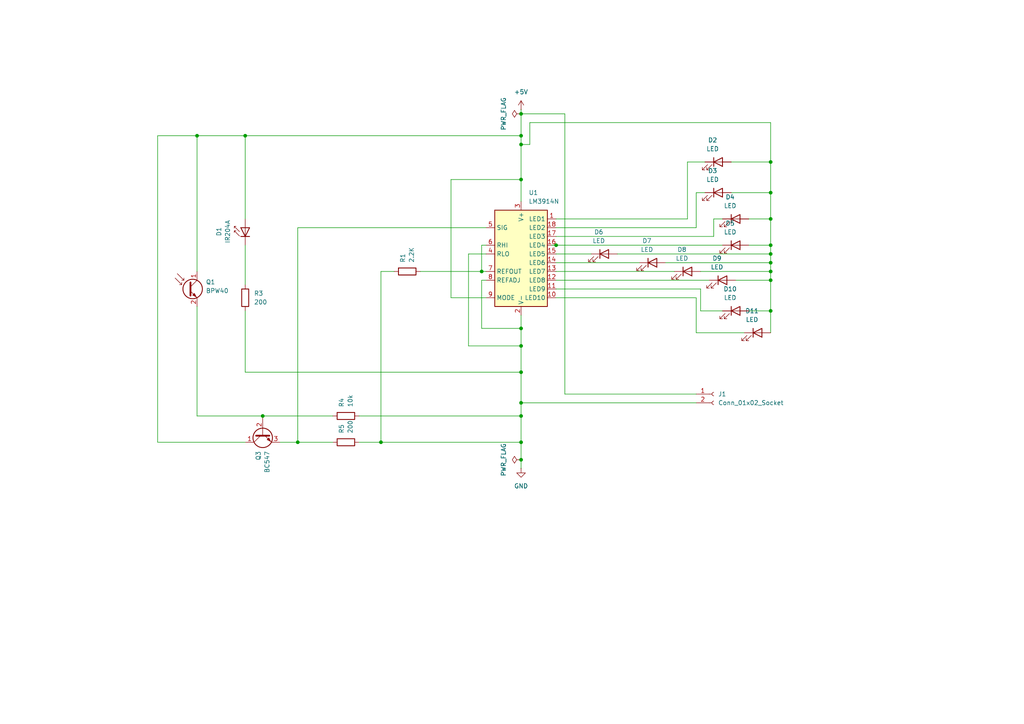
<source format=kicad_sch>
(kicad_sch (version 20231120) (generator "eeschema") (generator_version "8.0")
  (paper "A4")
  (lib_symbols
    (symbol "Connector:Conn_01x02_Socket" (pin_names (offset 1.016) hide)
      (property "Reference" "J" (at 0 2.54 0))
      (property "Value" "Conn_01x02_Socket" (at 0 -5.08 0))
      (symbol "Conn_01x02_Socket_1_1"
        (arc (start 0 -2.032) (mid -0.5058 -2.54) (end 0 -3.048) (stroke (width 0.1524)))
        (polyline (pts (xy -1.27 -2.54) (xy -0.508 -2.54)) (stroke (width 0.1524)))
        (polyline (pts (xy -1.27 0) (xy -0.508 0)) (stroke (width 0.1524)))
        (arc (start 0 0.508) (mid -0.5058 0) (end 0 -0.508) (stroke (width 0.1524)))
        (pin passive line (at -5.08 0 0) (length 3.81) (name "Pin_1") (number "1"))
        (pin passive line (at -5.08 -2.54 0) (length 3.81) (name "Pin_2") (number "2"))
      )
    )
    (symbol "Device:LED" (pin_numbers hide) (pin_names (offset 1.016) hide)
      (property "Reference" "D" (at 0 2.54 0))
      (property "Value" "LED" (at 0 -2.54 0))
      (symbol "LED_0_1"
        (polyline (pts (xy -1.27 -1.27) (xy -1.27 1.27)) (stroke (width 0.254)))
        (polyline (pts (xy -1.27 0) (xy 1.27 0)))
        (polyline (pts (xy 1.27 -1.27) (xy 1.27 1.27) (xy -1.27 0) (xy 1.27 -1.27)) (stroke (width 0.254)))
        (polyline (pts (xy -3.048 -0.762) (xy -4.572 -2.286) (xy -3.81 -2.286) (xy -4.572 -2.286) (xy -4.572 -1.524)))
        (polyline (pts (xy -1.778 -0.762) (xy -3.302 -2.286) (xy -2.54 -2.286) (xy -3.302 -2.286) (xy -3.302 -1.524)))
      )
      (symbol "LED_1_1"
        (pin passive line (at -3.81 0 0) (length 2.54) (name "K") (number "1"))
        (pin passive line (at 3.81 0 180) (length 2.54) (name "A") (number "2"))
      )
    )
    (symbol "Device:R" (pin_numbers hide) (pin_names (offset 0))
      (property "Reference" "R" (at 2.032 0 90))
      (property "Value" "R" (at 0 0 90))
      (symbol "R_0_1"
        (rectangle (start -1.016 -2.54) (end 1.016 2.54) (stroke (width 0.254)))
      )
      (symbol "R_1_1"
        (pin passive line (at 0 3.81 270) (length 1.27) (name "~") (number "1"))
        (pin passive line (at 0 -3.81 90) (length 1.27) (name "~") (number "2"))
      )
    )
    (symbol "Driver_LED:LM3914N"
      (property "Reference" "U" (at -6.35 14.224 0))
      (property "Value" "LM3914N" (at 5.588 14.224 0))
      (symbol "LM3914N_0_1"
        (rectangle (start -7.62 12.7) (end 7.62 -15.24) (stroke (width 0.254)) (fill (type background)))
      )
      (symbol "LM3914N_1_1"
        (pin open_collector line (at 10.16 10.16 180) (length 2.54) (name "LED1") (number "1"))
        (pin open_collector line (at 10.16 -12.7 180) (length 2.54) (name "LED10") (number "10"))
        (pin open_collector line (at 10.16 -10.16 180) (length 2.54) (name "LED9") (number "11"))
        (pin open_collector line (at 10.16 -7.62 180) (length 2.54) (name "LED8") (number "12"))
        (pin open_collector line (at 10.16 -5.08 180) (length 2.54) (name "LED7") (number "13"))
        (pin open_collector line (at 10.16 -2.54 180) (length 2.54) (name "LED6") (number "14"))
        (pin open_collector line (at 10.16 0 180) (length 2.54) (name "LED5") (number "15"))
        (pin open_collector line (at 10.16 2.54 180) (length 2.54) (name "LED4") (number "16"))
        (pin open_collector line (at 10.16 5.08 180) (length 2.54) (name "LED3") (number "17"))
        (pin open_collector line (at 10.16 7.62 180) (length 2.54) (name "LED2") (number "18"))
        (pin power_in line (at 0 -17.78 90) (length 2.54) (name "V-") (number "2"))
        (pin power_in line (at 0 15.24 270) (length 2.54) (name "V+") (number "3"))
        (pin input line (at -10.16 0 0) (length 2.54) (name "RLO") (number "4"))
        (pin input line (at -10.16 7.62 0) (length 2.54) (name "SIG") (number "5"))
        (pin input line (at -10.16 2.54 0) (length 2.54) (name "RHI") (number "6"))
        (pin output line (at -10.16 -5.08 0) (length 2.54) (name "REFOUT") (number "7"))
        (pin input line (at -10.16 -7.62 0) (length 2.54) (name "REFADJ") (number "8"))
        (pin input line (at -10.16 -12.7 0) (length 2.54) (name "MODE") (number "9"))
      )
    )
    (symbol "LED:IR204A" (pin_numbers hide) (pin_names (offset 1.016) hide)
      (property "Reference" "D" (at 0.508 1.778 0))
      (property "Value" "IR204A" (at -1.016 -2.794 0))
      (symbol "IR204A_0_1"
        (polyline (pts (xy -2.54 1.27) (xy -2.54 -1.27)) (stroke (width 0.254)))
        (polyline (pts (xy 0 0) (xy -2.54 0)))
        (polyline (pts (xy 0.381 3.175) (xy -0.127 3.175)))
        (polyline (pts (xy -1.143 1.651) (xy 0.381 3.175) (xy 0.381 2.667)))
        (polyline (pts (xy 0 1.27) (xy -2.54 0) (xy 0 -1.27) (xy 0 1.27)) (stroke (width 0.254)))
        (polyline (pts (xy -2.413 1.651) (xy -0.889 3.175) (xy -0.889 2.667) (xy -0.889 3.175) (xy -1.397 3.175)))
      )
      (symbol "IR204A_1_1"
        (pin passive line (at -5.08 0 0) (length 2.54) (name "K") (number "1"))
        (pin passive line (at 2.54 0 180) (length 2.54) (name "A") (number "2"))
      )
    )
    (symbol "Sensor_Optical:BPW40" (pin_names (offset 0) hide)
      (property "Reference" "Q" (at 5.08 1.27 0))
      (property "Value" "BPW40" (at 5.08 -1.27 0))
      (symbol "BPW40_0_1"
        (polyline (pts (xy -1.905 1.27) (xy -2.54 1.27)))
        (polyline (pts (xy -1.27 2.54) (xy -1.905 2.54)))
        (polyline (pts (xy 0.635 0.635) (xy 2.54 2.54)))
        (polyline (pts (xy -3.81 3.175) (xy -1.905 1.27) (xy -1.905 1.905)))
        (polyline (pts (xy -3.175 4.445) (xy -1.27 2.54) (xy -1.27 3.175)))
        (polyline (pts (xy 0.635 -0.635) (xy 2.54 -2.54) (xy 2.54 -2.54)))
        (polyline (pts (xy 0.635 1.905) (xy 0.635 -1.905) (xy 0.635 -1.905)) (stroke (width 0.508)))
        (polyline (pts (xy 1.27 -1.778) (xy 1.778 -1.27) (xy 2.286 -2.286) (xy 1.27 -1.778) (xy 1.27 -1.778)) (fill (type outline)))
        (circle (center 1.27 0) (radius 2.8194) (stroke (width 0.254)))
      )
      (symbol "BPW40_1_1"
        (pin passive line (at 2.54 5.08 270) (length 2.54) (name "C") (number "1"))
        (pin passive line (at 2.54 -5.08 90) (length 2.54) (name "E") (number "2"))
      )
    )
    (symbol "Transistor_BJT:BC547" (pin_names (offset 0) hide)
      (property "Reference" "Q" (at 5.08 1.905 0))
      (property "Value" "BC547" (at 5.08 0 0))
      (symbol "BC547_0_1"
        (polyline (pts (xy 0 0) (xy 0.635 0)))
        (polyline (pts (xy 0.635 0.635) (xy 2.54 2.54)))
        (polyline (pts (xy 0.635 -0.635) (xy 2.54 -2.54) (xy 2.54 -2.54)))
        (polyline (pts (xy 0.635 1.905) (xy 0.635 -1.905) (xy 0.635 -1.905)) (stroke (width 0.508)))
        (polyline (pts (xy 1.27 -1.778) (xy 1.778 -1.27) (xy 2.286 -2.286) (xy 1.27 -1.778) (xy 1.27 -1.778)) (fill (type outline)))
        (circle (center 1.27 0) (radius 2.8194) (stroke (width 0.254)))
      )
      (symbol "BC547_1_1"
        (pin passive line (at 2.54 5.08 270) (length 2.54) (name "C") (number "1"))
        (pin input line (at -5.08 0 0) (length 5.08) (name "B") (number "2"))
        (pin passive line (at 2.54 -5.08 90) (length 2.54) (name "E") (number "3"))
      )
    )
    (symbol "power:+5V" (power) (pin_numbers hide) (pin_names (offset 0) hide)
      (property "Value" "+5V" (at 0 3.556 0))
      (symbol "+5V_0_1"
        (polyline (pts (xy -0.762 1.27) (xy 0 2.54)))
        (polyline (pts (xy 0 0) (xy 0 2.54)))
        (polyline (pts (xy 0 2.54) (xy 0.762 1.27)))
      )
      (symbol "+5V_1_1"
        (pin power_in line (at 0 0 90) (length 0) (name "~") (number "1"))
      )
    )
    (symbol "power:GND" (power) (pin_numbers hide) (pin_names (offset 0) hide)
      (property "Value" "GND" (at 0 -3.81 0))
      (symbol "GND_0_1"
        (polyline (pts (xy 0 0) (xy 0 -1.27) (xy 1.27 -1.27) (xy 0 -2.54) (xy -1.27 -1.27) (xy 0 -1.27)))
      )
      (symbol "GND_1_1"
        (pin power_in line (at 0 0 270) (length 0) (name "~") (number "1"))
      )
    )
    (symbol "power:PWR_FLAG" (power) (pin_numbers hide) (pin_names (offset 0) hide)
      (property "Value" "PWR_FLAG" (at 0 3.81 0))
      (symbol "PWR_FLAG_0_0"
        (pin power_out line (at 0 0 90) (length 0) (name "~") (number "1"))
      )
      (symbol "PWR_FLAG_0_1"
        (polyline (pts (xy 0 0) (xy 0 1.27) (xy -1.016 1.905) (xy 0 2.54) (xy 1.016 1.905) (xy 0 1.27)))
      )
    )
  )
  (junction (at 223.52 63.5))
  (junction (at 223.52 73.66))
  (junction (at 151.13 100.33))
  (junction (at 161.29 71.12))
  (junction (at 223.52 55.88))
  (junction (at 223.52 81.28))
  (junction (at 76.2 120.65))
  (junction (at 151.13 116.84))
  (junction (at 110.49 128.27))
  (junction (at 223.52 71.12))
  (junction (at 151.13 133.35))
  (junction (at 151.13 41.91))
  (junction (at 71.12 39.37))
  (junction (at 151.13 95.25))
  (junction (at 151.13 39.37))
  (junction (at 151.13 128.27))
  (junction (at 151.13 52.07))
  (junction (at 151.13 120.65))
  (junction (at 139.7 78.74))
  (junction (at 223.52 76.2))
  (junction (at 86.36 128.27))
  (junction (at 223.52 46.99))
  (junction (at 223.52 78.74))
  (junction (at 151.13 33.02))
  (junction (at 57.15 39.37))
  (junction (at 151.13 107.95))
  (junction (at 223.52 90.17))
  (wire (pts (xy 86.36 128.27) (xy 81.28 128.27)))
  (wire (pts (xy 139.7 71.12) (xy 139.7 78.74)))
  (wire (pts (xy 209.55 71.12) (xy 161.29 71.12)))
  (wire (pts (xy 199.39 46.99) (xy 199.39 63.5)))
  (wire (pts (xy 151.13 100.33) (xy 151.13 95.25)))
  (wire (pts (xy 135.89 100.33) (xy 151.13 100.33)))
  (wire (pts (xy 104.14 128.27) (xy 110.49 128.27)))
  (wire (pts (xy 203.2 90.17) (xy 203.2 83.82)))
  (wire (pts (xy 71.12 128.27) (xy 45.72 128.27)))
  (wire (pts (xy 209.55 63.5) (xy 207.01 63.5)))
  (wire (pts (xy 96.52 128.27) (xy 86.36 128.27)))
  (wire (pts (xy 140.97 81.28) (xy 139.7 81.28)))
  (wire (pts (xy 161.29 71.12) (xy 160.02 71.12)))
  (wire (pts (xy 223.52 46.99) (xy 212.09 46.99)))
  (wire (pts (xy 163.83 114.3) (xy 163.83 33.02)))
  (wire (pts (xy 199.39 63.5) (xy 161.29 63.5)))
  (wire (pts (xy 209.55 90.17) (xy 203.2 90.17)))
  (wire (pts (xy 195.58 78.74) (xy 161.29 78.74)))
  (wire (pts (xy 203.2 83.82) (xy 161.29 83.82)))
  (wire (pts (xy 203.2 78.74) (xy 223.52 78.74)))
  (wire (pts (xy 110.49 78.74) (xy 110.49 128.27)))
  (wire (pts (xy 71.12 39.37) (xy 151.13 39.37)))
  (wire (pts (xy 217.17 63.5) (xy 223.52 63.5)))
  (wire (pts (xy 76.2 120.65) (xy 96.52 120.65)))
  (wire (pts (xy 223.52 46.99) (xy 223.52 55.88)))
  (wire (pts (xy 204.47 55.88) (xy 201.93 55.88)))
  (wire (pts (xy 223.52 73.66) (xy 223.52 76.2)))
  (wire (pts (xy 204.47 46.99) (xy 199.39 46.99)))
  (wire (pts (xy 71.12 82.55) (xy 71.12 71.12)))
  (wire (pts (xy 151.13 39.37) (xy 151.13 41.91)))
  (wire (pts (xy 45.72 128.27) (xy 45.72 39.37)))
  (wire (pts (xy 223.52 35.56) (xy 223.52 46.99)))
  (wire (pts (xy 201.93 116.84) (xy 151.13 116.84)))
  (wire (pts (xy 140.97 86.36) (xy 130.81 86.36)))
  (wire (pts (xy 86.36 66.04) (xy 86.36 128.27)))
  (wire (pts (xy 130.81 52.07) (xy 151.13 52.07)))
  (wire (pts (xy 223.52 76.2) (xy 223.52 78.74)))
  (wire (pts (xy 217.17 71.12) (xy 223.52 71.12)))
  (wire (pts (xy 140.97 71.12) (xy 139.7 71.12)))
  (wire (pts (xy 193.04 76.2) (xy 223.52 76.2)))
  (wire (pts (xy 223.52 63.5) (xy 223.52 71.12)))
  (wire (pts (xy 130.81 86.36) (xy 130.81 52.07)))
  (wire (pts (xy 151.13 95.25) (xy 151.13 91.44)))
  (wire (pts (xy 179.07 73.66) (xy 223.52 73.66)))
  (wire (pts (xy 223.52 35.56) (xy 153.67 35.56)))
  (wire (pts (xy 57.15 120.65) (xy 76.2 120.65)))
  (wire (pts (xy 201.93 96.52) (xy 201.93 86.36)))
  (wire (pts (xy 207.01 63.5) (xy 207.01 68.58)))
  (wire (pts (xy 151.13 100.33) (xy 151.13 107.95)))
  (wire (pts (xy 223.52 71.12) (xy 223.52 73.66)))
  (wire (pts (xy 139.7 81.28) (xy 139.7 95.25)))
  (wire (pts (xy 205.74 81.28) (xy 161.29 81.28)))
  (wire (pts (xy 45.72 39.37) (xy 57.15 39.37)))
  (wire (pts (xy 223.52 55.88) (xy 223.52 63.5)))
  (wire (pts (xy 57.15 39.37) (xy 71.12 39.37)))
  (wire (pts (xy 151.13 33.02) (xy 151.13 39.37)))
  (wire (pts (xy 110.49 78.74) (xy 114.3 78.74)))
  (wire (pts (xy 151.13 107.95) (xy 151.13 116.84)))
  (wire (pts (xy 139.7 78.74) (xy 140.97 78.74)))
  (wire (pts (xy 151.13 116.84) (xy 151.13 120.65)))
  (wire (pts (xy 71.12 63.5) (xy 71.12 39.37)))
  (wire (pts (xy 104.14 120.65) (xy 151.13 120.65)))
  (wire (pts (xy 121.92 78.74) (xy 139.7 78.74)))
  (wire (pts (xy 151.13 128.27) (xy 151.13 120.65)))
  (wire (pts (xy 139.7 95.25) (xy 151.13 95.25)))
  (wire (pts (xy 223.52 81.28) (xy 223.52 90.17)))
  (wire (pts (xy 151.13 52.07) (xy 151.13 58.42)))
  (wire (pts (xy 212.09 55.88) (xy 223.52 55.88)))
  (wire (pts (xy 135.89 73.66) (xy 135.89 100.33)))
  (wire (pts (xy 201.93 86.36) (xy 161.29 86.36)))
  (wire (pts (xy 215.9 96.52) (xy 201.93 96.52)))
  (wire (pts (xy 171.45 73.66) (xy 161.29 73.66)))
  (wire (pts (xy 71.12 90.17) (xy 71.12 107.95)))
  (wire (pts (xy 153.67 41.91) (xy 151.13 41.91)))
  (wire (pts (xy 151.13 41.91) (xy 151.13 52.07)))
  (wire (pts (xy 57.15 88.9) (xy 57.15 120.65)))
  (wire (pts (xy 140.97 73.66) (xy 135.89 73.66)))
  (wire (pts (xy 151.13 31.75) (xy 151.13 33.02)))
  (wire (pts (xy 213.36 81.28) (xy 223.52 81.28)))
  (wire (pts (xy 217.17 90.17) (xy 223.52 90.17)))
  (wire (pts (xy 223.52 78.74) (xy 223.52 81.28)))
  (wire (pts (xy 201.93 114.3) (xy 163.83 114.3)))
  (wire (pts (xy 163.83 33.02) (xy 151.13 33.02)))
  (wire (pts (xy 140.97 66.04) (xy 86.36 66.04)))
  (wire (pts (xy 153.67 35.56) (xy 153.67 41.91)))
  (wire (pts (xy 201.93 55.88) (xy 201.93 66.04)))
  (wire (pts (xy 71.12 107.95) (xy 151.13 107.95)))
  (wire (pts (xy 207.01 68.58) (xy 161.29 68.58)))
  (wire (pts (xy 110.49 128.27) (xy 151.13 128.27)))
  (wire (pts (xy 151.13 135.89) (xy 151.13 133.35)))
  (wire (pts (xy 201.93 66.04) (xy 161.29 66.04)))
  (wire (pts (xy 57.15 78.74) (xy 57.15 39.37)))
  (wire (pts (xy 151.13 133.35) (xy 151.13 128.27)))
  (wire (pts (xy 223.52 90.17) (xy 223.52 96.52)))
  (wire (pts (xy 185.42 76.2) (xy 161.29 76.2)))
  (symbol (lib_id "Device:LED") (at 219.71 96.52 0) (unit 1)
    (property "Reference" "D11" (at 218.1225 90.17 0))
    (property "Value" "LED" (at 218.1225 92.71 0))
    (property "Footprint" "LED_THT:LED_D3.0mm" (effects (hide yes)))
    (property "Description" "Light emitting diode" (effects (hide yes)))
  )
  (symbol (lib_id "Device:LED") (at 213.36 71.12 0) (unit 1)
    (property "Reference" "D5" (at 211.7725 64.77 0))
    (property "Value" "LED" (at 211.7725 67.31 0))
    (property "Footprint" "LED_THT:LED_D3.0mm" (effects (hide yes)))
    (property "Description" "Light emitting diode" (effects (hide yes)))
  )
  (symbol (lib_id "Device:R") (at 71.12 86.36 180) (unit 1)
    (property "Reference" "R3" (at 73.66 85.0899 0) (effects (justify right)))
    (property "Value" "200" (at 73.66 87.6299 0) (effects (justify right)))
    (property "Footprint" "Resistor_THT:R_Axial_DIN0204_L3.6mm_D1.6mm_P7.62mm_Horizontal" (effects (hide yes)))
    (property "Description" "Resistor" (effects (hide yes)))
  )
  (symbol (lib_id "Device:LED") (at 189.23 76.2 0) (unit 1)
    (property "Reference" "D7" (at 187.6425 69.85 0))
    (property "Value" "LED" (at 187.6425 72.39 0))
    (property "Footprint" "LED_THT:LED_D3.0mm" (effects (hide yes)))
    (property "Description" "Light emitting diode" (effects (hide yes)))
  )
  (symbol (lib_id "Device:LED") (at 175.26 73.66 0) (unit 1)
    (property "Reference" "D6" (at 173.6725 67.31 0))
    (property "Value" "LED" (at 173.6725 69.85 0))
    (property "Footprint" "LED_THT:LED_D3.0mm" (effects (hide yes)))
    (property "Description" "Light emitting diode" (effects (hide yes)))
  )
  (symbol (lib_id "Connector:Conn_01x02_Socket") (at 207.01 114.3 0) (unit 1)
    (property "Reference" "J1" (at 208.28 114.2999 0) (effects (justify left)))
    (property "Value" "Conn_01x02_Socket" (at 208.28 116.8399 0) (effects (justify left)))
    (property "Footprint" "Connector_PinSocket_2.54mm:PinSocket_1x02_P2.54mm_Vertical" (effects (hide yes)))
    (property "Description" "Generic connector, single row, 01x02, script generated" (effects (hide yes)))
  )
  (symbol (lib_id "Device:R") (at 100.33 120.65 90) (unit 1)
    (property "Reference" "R4" (at 99.0599 118.11 0) (effects (justify left)))
    (property "Value" "10k" (at 101.5999 118.11 0) (effects (justify left)))
    (property "Footprint" "Resistor_THT:R_Axial_DIN0204_L3.6mm_D1.6mm_P7.62mm_Horizontal" (effects (hide yes)))
    (property "Description" "Resistor" (effects (hide yes)))
  )
  (symbol (lib_id "Device:R") (at 100.33 128.27 90) (unit 1)
    (property "Reference" "R5" (at 99.0599 125.73 0) (effects (justify left)))
    (property "Value" "200" (at 101.5999 125.73 0) (effects (justify left)))
    (property "Footprint" "Resistor_THT:R_Axial_DIN0204_L3.6mm_D1.6mm_P7.62mm_Horizontal" (effects (hide yes)))
    (property "Description" "Resistor" (effects (hide yes)))
  )
  (symbol (lib_id "power:PWR_FLAG") (at 151.13 133.35 90) (unit 1)
    (property "Reference" "#FLG02" (effects (hide yes)))
    (property "Value" "PWR_FLAG" (at 146.05 133.35 0))
    (property "Description" "Special symbol for telling ERC where power comes from" (effects (hide yes)))
  )
  (symbol (lib_id "Device:LED") (at 208.28 55.88 0) (unit 1)
    (property "Reference" "D3" (at 206.6925 49.53 0))
    (property "Value" "LED" (at 206.6925 52.07 0))
    (property "Footprint" "LED_THT:LED_D3.0mm" (effects (hide yes)))
    (property "Description" "Light emitting diode" (effects (hide yes)))
  )
  (symbol (lib_id "Device:LED") (at 209.55 81.28 0) (unit 1)
    (property "Reference" "D9" (at 207.9625 74.93 0))
    (property "Value" "LED" (at 207.9625 77.47 0))
    (property "Footprint" "LED_THT:LED_D3.0mm" (effects (hide yes)))
    (property "Description" "Light emitting diode" (effects (hide yes)))
  )
  (symbol (lib_id "LED:IR204A") (at 71.12 66.04 90) (unit 1)
    (property "Reference" "D1" (at 63.5 67.183 0))
    (property "Value" "IR204A" (at 66.04 67.183 0))
    (property "Footprint" "LED_THT:LED_D3.0mm_IRBlack" (effects (hide yes)))
    (property "Datasheet" "http://www.everlight.com/file/ProductFile/IR204-A.pdf" (effects (hide yes)))
    (property "Description" "Infrared LED , 3mm LED package" (effects (hide yes)))
  )
  (symbol (lib_id "Device:LED") (at 208.28 46.99 0) (unit 1)
    (property "Reference" "D2" (at 206.6925 40.64 0))
    (property "Value" "LED" (at 206.6925 43.18 0))
    (property "Footprint" "LED_THT:LED_D3.0mm" (effects (hide yes)))
    (property "Description" "Light emitting diode" (effects (hide yes)))
  )
  (symbol (lib_id "Sensor_Optical:BPW40") (at 54.61 83.82 0) (unit 1)
    (property "Reference" "Q1" (at 59.69 81.8006 0) (effects (justify left)))
    (property "Value" "BPW40" (at 59.69 84.3406 0) (effects (justify left)))
    (property "Footprint" "LED_THT:LED_D5.0mm_Clear" (effects (hide yes)))
    (property "Datasheet" "https://www.rcscomponents.kiev.ua/datasheets/bpw40.pdf" (effects (hide yes)))
    (property "Description" "Phototransistor NPN" (effects (hide yes)))
  )
  (symbol (lib_id "Device:LED") (at 213.36 90.17 0) (unit 1)
    (property "Reference" "D10" (at 211.7725 83.82 0))
    (property "Value" "LED" (at 211.7725 86.36 0))
    (property "Footprint" "LED_THT:LED_D3.0mm" (effects (hide yes)))
    (property "Description" "Light emitting diode" (effects (hide yes)))
  )
  (symbol (lib_id "power:GND") (at 151.13 135.89 0) (unit 1)
    (property "Reference" "#PWR02" (effects (hide yes)))
    (property "Value" "GND" (at 151.13 140.97 0))
    (property "Description" "Power symbol creates a global label with name \"GND\" , ground" (effects (hide yes)))
  )
  (symbol (lib_id "Transistor_BJT:BC547") (at 76.2 125.73 90) (mirror x) (unit 1)
    (property "Reference" "Q3" (at 74.9299 130.81 0) (effects (justify left)))
    (property "Value" "BC547" (at 77.4699 130.81 0) (effects (justify left)))
    (property "Footprint" "Package_TO_SOT_THT:TO-92_Inline" (effects (hide yes)))
    (property "Datasheet" "https://www.onsemi.com/pub/Collateral/BC550-D.pdf" (effects (hide yes)))
    (property "Description" "0.1A Ic, 45V Vce, Small Signal NPN Transistor, TO-92" (effects (hide yes)))
  )
  (symbol (lib_id "power:PWR_FLAG") (at 151.13 33.02 90) (unit 1)
    (property "Reference" "#FLG01" (effects (hide yes)))
    (property "Value" "PWR_FLAG" (at 146.05 33.02 0))
    (property "Description" "Special symbol for telling ERC where power comes from" (effects (hide yes)))
  )
  (symbol (lib_id "Device:LED") (at 213.36 63.5 0) (unit 1)
    (property "Reference" "D4" (at 211.7725 57.15 0))
    (property "Value" "LED" (at 211.7725 59.69 0))
    (property "Footprint" "LED_THT:LED_D3.0mm" (effects (hide yes)))
    (property "Description" "Light emitting diode" (effects (hide yes)))
  )
  (symbol (lib_id "Device:LED") (at 199.39 78.74 0) (unit 1)
    (property "Reference" "D8" (at 197.8025 72.39 0))
    (property "Value" "LED" (at 197.8025 74.93 0))
    (property "Footprint" "LED_THT:LED_D3.0mm" (effects (hide yes)))
    (property "Description" "Light emitting diode" (effects (hide yes)))
  )
  (symbol (lib_id "power:+5V") (at 151.13 31.75 0) (unit 1)
    (property "Reference" "#PWR01" (effects (hide yes)))
    (property "Value" "+5V" (at 151.13 26.67 0))
    (property "Description" "Power symbol creates a global label with name \"+5V\"" (effects (hide yes)))
  )
  (symbol (lib_id "Device:R") (at 118.11 78.74 90) (unit 1)
    (property "Reference" "R1" (at 116.8399 76.2 0) (effects (justify left)))
    (property "Value" "2.2K" (at 119.3799 76.2 0) (effects (justify left)))
    (property "Footprint" "Resistor_THT:R_Axial_DIN0204_L3.6mm_D1.6mm_P7.62mm_Horizontal" (effects (hide yes)))
    (property "Description" "Resistor" (effects (hide yes)))
  )
  (symbol (lib_id "Driver_LED:LM3914N") (at 151.13 73.66 0) (unit 1)
    (property "Reference" "U1" (at 153.3241 55.88 0) (effects (justify left)))
    (property "Value" "LM3914N" (at 153.3241 58.42 0) (effects (justify left)))
    (property "Footprint" "Package_DIP:DIP-18_W7.62mm" (effects (hide yes)))
    (property "Datasheet" "https://www.ti.com/lit/ds/symlink/lm3914.pdf" (effects (hide yes)))
    (property "Description" "10 LED Dot/Bar Display Driver, DIP-18" (effects (hide yes)))
  )
)
</source>
